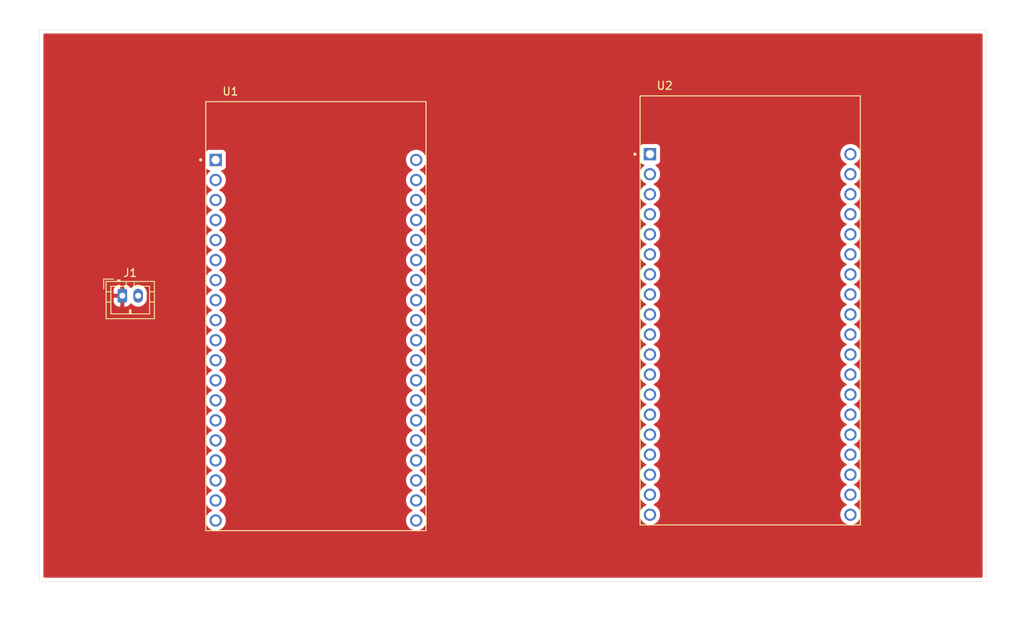
<source format=kicad_pcb>
(kicad_pcb (version 20240108) (generator "pcbnew") (generator_version "8.0")
  (layers (0 "F.Cu" power "7.4V") (1 "In1.Cu" power "GND") (2 "In2.Cu" power "3.3V") (31 "B.Cu" signal "Signal") (34 "B.Paste" user) (35 "F.Paste" user) (36 "B.SilkS" user "B.Silkscreen") (37 "F.SilkS" user "F.Silkscreen") (38 "B.Mask" user) (39 "F.Mask" user) (44 "Edge.Cuts" user))
  (net 0 "")
  (net 34 "GND")
  (net 35 "Net-(SW1-B)")
  (net 36 "Net-(U2-IO25)")
  (net 37 "Net-(U2-SENSOR_VN)")
  (net 38 "Net-(U2-GND2)")
  (net 39 "Net-(U2-IO16)")
  (net 40 "Net-(U2-SENSOR_VP)")
  (net 41 "Net-(U2-3V3)")
  (net 42 "Net-(U2-IO32)")
  (net 43 "Net-(U2-IO12)")
  (net 44 "Net-(U2-IO5)")
  (net 45 "Net-(U2-IO35)")
  (net 46 "Net-(U2-SD1)")
  (net 47 "Net-(U2-IO22)")
  (net 48 "Net-(U2-GND3)")
  (net 49 "Net-(U2-IO15)")
  (net 50 "Net-(U2-EXT_5V)")
  (net 51 "Net-(U2-IO2)")
  (net 52 "Net-(U2-IO21)")
  (net 53 "Net-(U2-SD3)")
  (net 54 "Net-(U2-RXD0)")
  (net 55 "Net-(U2-IO13)")
  (net 56 "Net-(U2-IO17)")
  (net 57 "Net-(U2-EN)")
  (net 58 "Net-(U2-IO14)")
  (net 59 "Net-(U2-IO19)")
  (net 60 "Net-(U2-IO18)")
  (net 61 "Net-(U2-IO27)")
  (net 62 "Net-(U2-IO23)")
  (net 63 "Net-(U2-CMD)")
  (net 64 "Net-(U2-GND1)")
  (net 65 "Net-(U2-TXD0)")
  (net 66 "Net-(U2-CLK)")
  (net 67 "Net-(U2-IO4)")
  (net 68 "Net-(U2-SD2)")
  (net 69 "Net-(U2-IO34)")
  (net 70 "Net-(U2-IO26)")
  (net 71 "Net-(U2-IO0)")
  (net 72 "Net-(U2-IO33)")
  (net 73 "Net-(U2-SD0)")
  (net 74 "+3.3V")
  (net 75 "+7.4V")
  (footprint "ESP32-DEVKITC-32D:MODULE_ESP32-DEVKITC-32D" (layer "F.Cu") (at 125.025 101.29)
    (property "Reference" "U1" (at -10.829175 -28.446045 0) (layer "F.SilkS") (effects (font (size 1.000386 1.000386))))
    (property "Value" "ESP32-DEVKITC-32D")
    (fp_line (start -13.95 -27.15) (end 13.95 -27.15) (stroke (width 0.127)) (layer "F.SilkS"))
    (fp_line (start -13.95 27.25) (end -13.95 -27.15) (stroke (width 0.127)) (layer "F.SilkS"))
    (fp_line (start 13.95 -27.15) (end 13.95 27.25) (stroke (width 0.127)) (layer "F.SilkS"))
    (fp_line (start 13.95 27.25) (end -13.95 27.25) (stroke (width 0.127)) (layer "F.SilkS"))
    (fp_circle (center -14.6 -19.76) (end -14.5 -19.76) (stroke (width 0.2)) (fill none) (layer "F.SilkS"))
    (pad "J2-1" thru_hole rect (at -12.7 -19.76) (size 1.56 1.56) (drill 1.04) (layers "*.Cu" "*.Mask") (net 74 "+3.3V"))
    (pad "J2-2" thru_hole circle (at -12.7 -17.22) (size 1.56 1.56) (drill 1.04) (layers "*.Cu" "*.Mask"))
    (pad "J2-3" thru_hole circle (at -12.7 -14.68) (size 1.56 1.56) (drill 1.04) (layers "*.Cu" "*.Mask"))
    (pad "J2-4" thru_hole circle (at -12.7 -12.14) (size 1.56 1.56) (drill 1.04) (layers "*.Cu" "*.Mask"))
    (pad "J2-5" thru_hole circle (at -12.7 -9.6) (size 1.56 1.56) (drill 1.04) (layers "*.Cu" "*.Mask"))
    (pad "J2-6" thru_hole circle (at -12.7 -7.06) (size 1.56 1.56) (drill 1.04) (layers "*.Cu" "*.Mask"))
    (pad "J2-7" thru_hole circle (at -12.7 -4.52) (size 1.56 1.56) (drill 1.04) (layers "*.Cu" "*.Mask"))
    (pad "J2-8" thru_hole circle (at -12.7 -1.98) (size 1.56 1.56) (drill 1.04) (layers "*.Cu" "*.Mask"))
    (pad "J2-9" thru_hole circle (at -12.7 0.56) (size 1.56 1.56) (drill 1.04) (layers "*.Cu" "*.Mask"))
    (pad "J2-10" thru_hole circle (at -12.7 3.1) (size 1.56 1.56) (drill 1.04) (layers "*.Cu" "*.Mask"))
    (pad "J2-11" thru_hole circle (at -12.7 5.64) (size 1.56 1.56) (drill 1.04) (layers "*.Cu" "*.Mask"))
    (pad "J2-12" thru_hole circle (at -12.7 8.18) (size 1.56 1.56) (drill 1.04) (layers "*.Cu" "*.Mask"))
    (pad "J2-13" thru_hole circle (at -12.7 10.72) (size 1.56 1.56) (drill 1.04) (layers "*.Cu" "*.Mask"))
    (pad "J2-14" thru_hole circle (at -12.7 13.26) (size 1.56 1.56) (drill 1.04) (layers "*.Cu" "*.Mask") (net 34 "GND"))
    (pad "J2-15" thru_hole circle (at -12.7 15.8) (size 1.56 1.56) (drill 1.04) (layers "*.Cu" "*.Mask"))
    (pad "J2-16" thru_hole circle (at -12.7 18.34) (size 1.56 1.56) (drill 1.04) (layers "*.Cu" "*.Mask"))
    (pad "J2-17" thru_hole circle (at -12.7 20.88) (size 1.56 1.56) (drill 1.04) (layers "*.Cu" "*.Mask"))
    (pad "J2-18" thru_hole circle (at -12.7 23.42) (size 1.56 1.56) (drill 1.04) (layers "*.Cu" "*.Mask"))
    (pad "J2-19" thru_hole circle (at -12.7 25.96) (size 1.56 1.56) (drill 1.04) (layers "*.Cu" "*.Mask") (net 35 "Net-(SW1-B)"))
    (pad "J3-1" thru_hole circle (at 12.7 -19.76) (size 1.56 1.56) (drill 1.04) (layers "*.Cu" "*.Mask") (net 34 "GND"))
    (pad "J3-2" thru_hole circle (at 12.7 -17.22) (size 1.56 1.56) (drill 1.04) (layers "*.Cu" "*.Mask"))
    (pad "J3-3" thru_hole circle (at 12.7 -14.68) (size 1.56 1.56) (drill 1.04) (layers "*.Cu" "*.Mask"))
    (pad "J3-4" thru_hole circle (at 12.7 -12.14) (size 1.56 1.56) (drill 1.04) (layers "*.Cu" "*.Mask"))
    (pad "J3-5" thru_hole circle (at 12.7 -9.6) (size 1.56 1.56) (drill 1.04) (layers "*.Cu" "*.Mask"))
    (pad "J3-6" thru_hole circle (at 12.7 -7.06) (size 1.56 1.56) (drill 1.04) (layers "*.Cu" "*.Mask"))
    (pad "J3-7" thru_hole circle (at 12.7 -4.52) (size 1.56 1.56) (drill 1.04) (layers "*.Cu" "*.Mask") (net 34 "GND"))
    (pad "J3-8" thru_hole circle (at 12.7 -1.98) (size 1.56 1.56) (drill 1.04) (layers "*.Cu" "*.Mask"))
    (pad "J3-9" thru_hole circle (at 12.7 0.56) (size 1.56 1.56) (drill 1.04) (layers "*.Cu" "*.Mask"))
    (pad "J3-10" thru_hole circle (at 12.7 3.1) (size 1.56 1.56) (drill 1.04) (layers "*.Cu" "*.Mask"))
    (pad "J3-11" thru_hole circle (at 12.7 5.64) (size 1.56 1.56) (drill 1.04) (layers "*.Cu" "*.Mask"))
    (pad "J3-12" thru_hole circle (at 12.7 8.18) (size 1.56 1.56) (drill 1.04) (layers "*.Cu" "*.Mask"))
    (pad "J3-13" thru_hole circle (at 12.7 10.72) (size 1.56 1.56) (drill 1.04) (layers "*.Cu" "*.Mask"))
    (pad "J3-14" thru_hole circle (at 12.7 13.26) (size 1.56 1.56) (drill 1.04) (layers "*.Cu" "*.Mask"))
    (pad "J3-15" thru_hole circle (at 12.7 15.8) (size 1.56 1.56) (drill 1.04) (layers "*.Cu" "*.Mask"))
    (pad "J3-16" thru_hole circle (at 12.7 18.34) (size 1.56 1.56) (drill 1.04) (layers "*.Cu" "*.Mask"))
    (pad "J3-17" thru_hole circle (at 12.7 20.88) (size 1.56 1.56) (drill 1.04) (layers "*.Cu" "*.Mask"))
    (pad "J3-18" thru_hole circle (at 12.7 23.42) (size 1.56 1.56) (drill 1.04) (layers "*.Cu" "*.Mask"))
    (pad "J3-19" thru_hole circle (at 12.7 25.96) (size 1.56 1.56) (drill 1.04) (layers "*.Cu" "*.Mask"))
  )
  (footprint "ESP32-DEVKITC-32D:MODULE_ESP32-DEVKITC-32D" (layer "F.Cu") (at 180.05 100.56)
    (property "Reference" "U2" (at -10.829175 -28.446045 0) (layer "F.SilkS") (effects (font (size 1.000386 1.000386))))
    (property "Value" "ESP32-DEVKITC-32D")
    (fp_line (start -13.95 -27.15) (end 13.95 -27.15) (stroke (width 0.127)) (layer "F.SilkS"))
    (fp_line (start -13.95 27.25) (end -13.95 -27.15) (stroke (width 0.127)) (layer "F.SilkS"))
    (fp_line (start 13.95 -27.15) (end 13.95 27.25) (stroke (width 0.127)) (layer "F.SilkS"))
    (fp_line (start 13.95 27.25) (end -13.95 27.25) (stroke (width 0.127)) (layer "F.SilkS"))
    (fp_circle (center -14.6 -19.76) (end -14.5 -19.76) (stroke (width 0.2)) (fill none) (layer "F.SilkS"))
    (pad "J2-1" thru_hole rect (at -12.7 -19.76) (size 1.56 1.56) (drill 1.04) (layers "*.Cu" "*.Mask") (net 41 "Net-(U2-3V3)"))
    (pad "J2-2" thru_hole circle (at -12.7 -17.22) (size 1.56 1.56) (drill 1.04) (layers "*.Cu" "*.Mask") (net 57 "Net-(U2-EN)"))
    (pad "J2-3" thru_hole circle (at -12.7 -14.68) (size 1.56 1.56) (drill 1.04) (layers "*.Cu" "*.Mask") (net 40 "Net-(U2-SENSOR_VP)"))
    (pad "J2-4" thru_hole circle (at -12.7 -12.14) (size 1.56 1.56) (drill 1.04) (layers "*.Cu" "*.Mask") (net 37 "Net-(U2-SENSOR_VN)"))
    (pad "J2-5" thru_hole circle (at -12.7 -9.6) (size 1.56 1.56) (drill 1.04) (layers "*.Cu" "*.Mask") (net 69 "Net-(U2-IO34)"))
    (pad "J2-6" thru_hole circle (at -12.7 -7.06) (size 1.56 1.56) (drill 1.04) (layers "*.Cu" "*.Mask") (net 45 "Net-(U2-IO35)"))
    (pad "J2-7" thru_hole circle (at -12.7 -4.52) (size 1.56 1.56) (drill 1.04) (layers "*.Cu" "*.Mask") (net 42 "Net-(U2-IO32)"))
    (pad "J2-8" thru_hole circle (at -12.7 -1.98) (size 1.56 1.56) (drill 1.04) (layers "*.Cu" "*.Mask") (net 72 "Net-(U2-IO33)"))
    (pad "J2-9" thru_hole circle (at -12.7 0.56) (size 1.56 1.56) (drill 1.04) (layers "*.Cu" "*.Mask") (net 36 "Net-(U2-IO25)"))
    (pad "J2-10" thru_hole circle (at -12.7 3.1) (size 1.56 1.56) (drill 1.04) (layers "*.Cu" "*.Mask") (net 70 "Net-(U2-IO26)"))
    (pad "J2-11" thru_hole circle (at -12.7 5.64) (size 1.56 1.56) (drill 1.04) (layers "*.Cu" "*.Mask") (net 61 "Net-(U2-IO27)"))
    (pad "J2-12" thru_hole circle (at -12.7 8.18) (size 1.56 1.56) (drill 1.04) (layers "*.Cu" "*.Mask") (net 58 "Net-(U2-IO14)"))
    (pad "J2-13" thru_hole circle (at -12.7 10.72) (size 1.56 1.56) (drill 1.04) (layers "*.Cu" "*.Mask") (net 43 "Net-(U2-IO12)"))
    (pad "J2-14" thru_hole circle (at -12.7 13.26) (size 1.56 1.56) (drill 1.04) (layers "*.Cu" "*.Mask") (net 64 "Net-(U2-GND1)"))
    (pad "J2-15" thru_hole circle (at -12.7 15.8) (size 1.56 1.56) (drill 1.04) (layers "*.Cu" "*.Mask") (net 55 "Net-(U2-IO13)"))
    (pad "J2-16" thru_hole circle (at -12.7 18.34) (size 1.56 1.56) (drill 1.04) (layers "*.Cu" "*.Mask") (net 68 "Net-(U2-SD2)"))
    (pad "J2-17" thru_hole circle (at -12.7 20.88) (size 1.56 1.56) (drill 1.04) (layers "*.Cu" "*.Mask") (net 53 "Net-(U2-SD3)"))
    (pad "J2-18" thru_hole circle (at -12.7 23.42) (size 1.56 1.56) (drill 1.04) (layers "*.Cu" "*.Mask") (net 63 "Net-(U2-CMD)"))
    (pad "J2-19" thru_hole circle (at -12.7 25.96) (size 1.56 1.56) (drill 1.04) (layers "*.Cu" "*.Mask") (net 50 "Net-(U2-EXT_5V)"))
    (pad "J3-1" thru_hole circle (at 12.7 -19.76) (size 1.56 1.56) (drill 1.04) (layers "*.Cu" "*.Mask") (net 48 "Net-(U2-GND3)"))
    (pad "J3-2" thru_hole circle (at 12.7 -17.22) (size 1.56 1.56) (drill 1.04) (layers "*.Cu" "*.Mask") (net 62 "Net-(U2-IO23)"))
    (pad "J3-3" thru_hole circle (at 12.7 -14.68) (size 1.56 1.56) (drill 1.04) (layers "*.Cu" "*.Mask") (net 47 "Net-(U2-IO22)"))
    (pad "J3-4" thru_hole circle (at 12.7 -12.14) (size 1.56 1.56) (drill 1.04) (layers "*.Cu" "*.Mask") (net 65 "Net-(U2-TXD0)"))
    (pad "J3-5" thru_hole circle (at 12.7 -9.6) (size 1.56 1.56) (drill 1.04) (layers "*.Cu" "*.Mask") (net 54 "Net-(U2-RXD0)"))
    (pad "J3-6" thru_hole circle (at 12.7 -7.06) (size 1.56 1.56) (drill 1.04) (layers "*.Cu" "*.Mask") (net 52 "Net-(U2-IO21)"))
    (pad "J3-7" thru_hole circle (at 12.7 -4.52) (size 1.56 1.56) (drill 1.04) (layers "*.Cu" "*.Mask") (net 38 "Net-(U2-GND2)"))
    (pad "J3-8" thru_hole circle (at 12.7 -1.98) (size 1.56 1.56) (drill 1.04) (layers "*.Cu" "*.Mask") (net 59 "Net-(U2-IO19)"))
    (pad "J3-9" thru_hole circle (at 12.7 0.56) (size 1.56 1.56) (drill 1.04) (layers "*.Cu" "*.Mask") (net 60 "Net-(U2-IO18)"))
    (pad "J3-10" thru_hole circle (at 12.7 3.1) (size 1.56 1.56) (drill 1.04) (layers "*.Cu" "*.Mask") (net 44 "Net-(U2-IO5)"))
    (pad "J3-11" thru_hole circle (at 12.7 5.64) (size 1.56 1.56) (drill 1.04) (layers "*.Cu" "*.Mask") (net 56 "Net-(U2-IO17)"))
    (pad "J3-12" thru_hole circle (at 12.7 8.18) (size 1.56 1.56) (drill 1.04) (layers "*.Cu" "*.Mask") (net 39 "Net-(U2-IO16)"))
    (pad "J3-13" thru_hole circle (at 12.7 10.72) (size 1.56 1.56) (drill 1.04) (layers "*.Cu" "*.Mask") (net 67 "Net-(U2-IO4)"))
    (pad "J3-14" thru_hole circle (at 12.7 13.26) (size 1.56 1.56) (drill 1.04) (layers "*.Cu" "*.Mask") (net 71 "Net-(U2-IO0)"))
    (pad "J3-15" thru_hole circle (at 12.7 15.8) (size 1.56 1.56) (drill 1.04) (layers "*.Cu" "*.Mask") (net 51 "Net-(U2-IO2)"))
    (pad "J3-16" thru_hole circle (at 12.7 18.34) (size 1.56 1.56) (drill 1.04) (layers "*.Cu" "*.Mask") (net 49 "Net-(U2-IO15)"))
    (pad "J3-17" thru_hole circle (at 12.7 20.88) (size 1.56 1.56) (drill 1.04) (layers "*.Cu" "*.Mask") (net 46 "Net-(U2-SD1)"))
    (pad "J3-18" thru_hole circle (at 12.7 23.42) (size 1.56 1.56) (drill 1.04) (layers "*.Cu" "*.Mask") (net 73 "Net-(U2-SD0)"))
    (pad "J3-19" thru_hole circle (at 12.7 25.96) (size 1.56 1.56) (drill 1.04) (layers "*.Cu" "*.Mask") (net 66 "Net-(U2-CLK)"))
  )
  (footprint "Connector_JST:JST_PH_B2B-PH-K_1x02_P2.00mm_Vertical" (layer "F.Cu") (at 100.5 98.75)
    (property "Reference" "J1" (at 1 -2.9 0) (layer "F.SilkS"))
    (property "Value" "Conn_01x02_Pin")
    (fp_line (start -2.36 -2.11) (end -2.36 -0.86) (stroke (width 0.12)) (layer "F.SilkS"))
    (fp_line (start -2.06 -1.81) (end -2.06 2.91) (stroke (width 0.12)) (layer "F.SilkS"))
    (fp_line (start -2.06 -0.5) (end -1.45 -0.5) (stroke (width 0.12)) (layer "F.SilkS"))
    (fp_line (start -2.06 0.8) (end -1.45 0.8) (stroke (width 0.12)) (layer "F.SilkS"))
    (fp_line (start -2.06 2.91) (end 4.06 2.91) (stroke (width 0.12)) (layer "F.SilkS"))
    (fp_line (start -1.45 -1.2) (end -1.45 2.3) (stroke (width 0.12)) (layer "F.SilkS"))
    (fp_line (start -1.45 2.3) (end 3.45 2.3) (stroke (width 0.12)) (layer "F.SilkS"))
    (fp_line (start -1.11 -2.11) (end -2.36 -2.11) (stroke (width 0.12)) (layer "F.SilkS"))
    (fp_line (start -0.6 -2.01) (end -0.6 -1.81) (stroke (width 0.12)) (layer "F.SilkS"))
    (fp_line (start -0.3 -2.01) (end -0.6 -2.01) (stroke (width 0.12)) (layer "F.SilkS"))
    (fp_line (start -0.3 -1.91) (end -0.6 -1.91) (stroke (width 0.12)) (layer "F.SilkS"))
    (fp_line (start -0.3 -1.81) (end -0.3 -2.01) (stroke (width 0.12)) (layer "F.SilkS"))
    (fp_line (start 0.5 -1.81) (end 0.5 -1.2) (stroke (width 0.12)) (layer "F.SilkS"))
    (fp_line (start 0.5 -1.2) (end -1.45 -1.2) (stroke (width 0.12)) (layer "F.SilkS"))
    (fp_line (start 0.9 1.8) (end 1.1 1.8) (stroke (width 0.12)) (layer "F.SilkS"))
    (fp_line (start 0.9 2.3) (end 0.9 1.8) (stroke (width 0.12)) (layer "F.SilkS"))
    (fp_line (start 1 2.3) (end 1 1.8) (stroke (width 0.12)) (layer "F.SilkS"))
    (fp_line (start 1.1 1.8) (end 1.1 2.3) (stroke (width 0.12)) (layer "F.SilkS"))
    (fp_line (start 1.5 -1.2) (end 1.5 -1.81) (stroke (width 0.12)) (layer "F.SilkS"))
    (fp_line (start 3.45 -1.2) (end 1.5 -1.2) (stroke (width 0.12)) (layer "F.SilkS"))
    (fp_line (start 3.45 2.3) (end 3.45 -1.2) (stroke (width 0.12)) (layer "F.SilkS"))
    (fp_line (start 4.06 -1.81) (end -2.06 -1.81) (stroke (width 0.12)) (layer "F.SilkS"))
    (fp_line (start 4.06 -0.5) (end 3.45 -0.5) (stroke (width 0.12)) (layer "F.SilkS"))
    (fp_line (start 4.06 0.8) (end 3.45 0.8) (stroke (width 0.12)) (layer "F.SilkS"))
    (fp_line (start 4.06 2.91) (end 4.06 -1.81) (stroke (width 0.12)) (layer "F.SilkS"))
    (pad "1" thru_hole roundrect (at 0 0) (size 1.2 1.75) (drill 0.75) (layers "*.Cu" "*.Mask") (roundrect_rratio 0.208333) (net 75 "+7.4V"))
    (pad "2" thru_hole oval (at 2 0) (size 1.2 1.75) (drill 0.75) (layers "*.Cu" "*.Mask") (net 34 "GND"))
  )
  (gr_rect (start 90 65) (end 210 135) (stroke (width 0.05)) (fill none) (layer "Edge.Cuts"))
  (zone (net 75) (net_name "+7.4V") (layer "F.Cu") (name "7.4V Plane") (priority 2) (connect_pads (clearance 0.5)) (min_thickness 0.25) (fill yes (thermal_gap 0.5) (thermal_bridge_width 0.5) (island_removal_mode 1) (island_area_min 10))
    (polygon (pts (xy 88 63.5) (xy 213.25 61.5) (xy 214.25 138.25) (xy 85.25 136.75)))
  )
)
</source>
